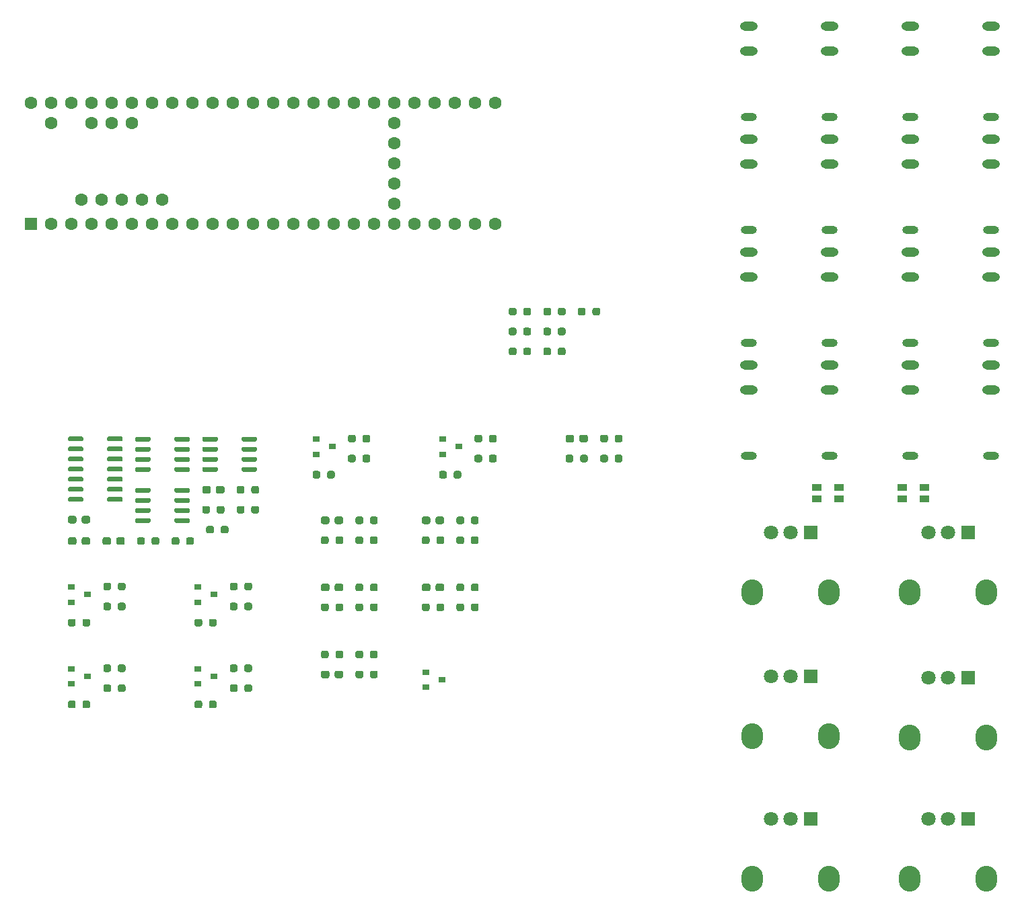
<source format=gbr>
%TF.GenerationSoftware,KiCad,Pcbnew,(5.1.6-0-10_14)*%
%TF.CreationDate,2021-03-24T18:08:36-04:00*%
%TF.ProjectId,lowstepper_hardware,6c6f7773-7465-4707-9065-725f68617264,rev?*%
%TF.SameCoordinates,Original*%
%TF.FileFunction,Soldermask,Top*%
%TF.FilePolarity,Negative*%
%FSLAX46Y46*%
G04 Gerber Fmt 4.6, Leading zero omitted, Abs format (unit mm)*
G04 Created by KiCad (PCBNEW (5.1.6-0-10_14)) date 2021-03-24 18:08:36*
%MOMM*%
%LPD*%
G01*
G04 APERTURE LIST*
%ADD10O,2.216000X1.108000*%
%ADD11O,2.016000X1.008000*%
%ADD12R,1.200000X0.900000*%
%ADD13R,0.900000X0.800000*%
%ADD14C,1.600000*%
%ADD15R,1.600000X1.600000*%
%ADD16R,1.800000X1.800000*%
%ADD17C,1.800000*%
%ADD18O,2.720000X3.240000*%
G04 APERTURE END LIST*
%TO.C,R49*%
G36*
G01*
X216230000Y-71297500D02*
X216230000Y-70822500D01*
G75*
G02*
X216467500Y-70585000I237500J0D01*
G01*
X216967500Y-70585000D01*
G75*
G02*
X217205000Y-70822500I0J-237500D01*
G01*
X217205000Y-71297500D01*
G75*
G02*
X216967500Y-71535000I-237500J0D01*
G01*
X216467500Y-71535000D01*
G75*
G02*
X216230000Y-71297500I0J237500D01*
G01*
G37*
G36*
G01*
X214405000Y-71297500D02*
X214405000Y-70822500D01*
G75*
G02*
X214642500Y-70585000I237500J0D01*
G01*
X215142500Y-70585000D01*
G75*
G02*
X215380000Y-70822500I0J-237500D01*
G01*
X215380000Y-71297500D01*
G75*
G02*
X215142500Y-71535000I-237500J0D01*
G01*
X214642500Y-71535000D01*
G75*
G02*
X214405000Y-71297500I0J237500D01*
G01*
G37*
%TD*%
%TO.C,R48*%
G36*
G01*
X220580000Y-66277500D02*
X220580000Y-65802500D01*
G75*
G02*
X220817500Y-65565000I237500J0D01*
G01*
X221317500Y-65565000D01*
G75*
G02*
X221555000Y-65802500I0J-237500D01*
G01*
X221555000Y-66277500D01*
G75*
G02*
X221317500Y-66515000I-237500J0D01*
G01*
X220817500Y-66515000D01*
G75*
G02*
X220580000Y-66277500I0J237500D01*
G01*
G37*
G36*
G01*
X218755000Y-66277500D02*
X218755000Y-65802500D01*
G75*
G02*
X218992500Y-65565000I237500J0D01*
G01*
X219492500Y-65565000D01*
G75*
G02*
X219730000Y-65802500I0J-237500D01*
G01*
X219730000Y-66277500D01*
G75*
G02*
X219492500Y-66515000I-237500J0D01*
G01*
X218992500Y-66515000D01*
G75*
G02*
X218755000Y-66277500I0J237500D01*
G01*
G37*
%TD*%
%TO.C,R47*%
G36*
G01*
X216230000Y-68787500D02*
X216230000Y-68312500D01*
G75*
G02*
X216467500Y-68075000I237500J0D01*
G01*
X216967500Y-68075000D01*
G75*
G02*
X217205000Y-68312500I0J-237500D01*
G01*
X217205000Y-68787500D01*
G75*
G02*
X216967500Y-69025000I-237500J0D01*
G01*
X216467500Y-69025000D01*
G75*
G02*
X216230000Y-68787500I0J237500D01*
G01*
G37*
G36*
G01*
X214405000Y-68787500D02*
X214405000Y-68312500D01*
G75*
G02*
X214642500Y-68075000I237500J0D01*
G01*
X215142500Y-68075000D01*
G75*
G02*
X215380000Y-68312500I0J-237500D01*
G01*
X215380000Y-68787500D01*
G75*
G02*
X215142500Y-69025000I-237500J0D01*
G01*
X214642500Y-69025000D01*
G75*
G02*
X214405000Y-68787500I0J237500D01*
G01*
G37*
%TD*%
%TO.C,R18*%
G36*
G01*
X211880000Y-71297500D02*
X211880000Y-70822500D01*
G75*
G02*
X212117500Y-70585000I237500J0D01*
G01*
X212617500Y-70585000D01*
G75*
G02*
X212855000Y-70822500I0J-237500D01*
G01*
X212855000Y-71297500D01*
G75*
G02*
X212617500Y-71535000I-237500J0D01*
G01*
X212117500Y-71535000D01*
G75*
G02*
X211880000Y-71297500I0J237500D01*
G01*
G37*
G36*
G01*
X210055000Y-71297500D02*
X210055000Y-70822500D01*
G75*
G02*
X210292500Y-70585000I237500J0D01*
G01*
X210792500Y-70585000D01*
G75*
G02*
X211030000Y-70822500I0J-237500D01*
G01*
X211030000Y-71297500D01*
G75*
G02*
X210792500Y-71535000I-237500J0D01*
G01*
X210292500Y-71535000D01*
G75*
G02*
X210055000Y-71297500I0J237500D01*
G01*
G37*
%TD*%
%TO.C,R17*%
G36*
G01*
X216230000Y-66277500D02*
X216230000Y-65802500D01*
G75*
G02*
X216467500Y-65565000I237500J0D01*
G01*
X216967500Y-65565000D01*
G75*
G02*
X217205000Y-65802500I0J-237500D01*
G01*
X217205000Y-66277500D01*
G75*
G02*
X216967500Y-66515000I-237500J0D01*
G01*
X216467500Y-66515000D01*
G75*
G02*
X216230000Y-66277500I0J237500D01*
G01*
G37*
G36*
G01*
X214405000Y-66277500D02*
X214405000Y-65802500D01*
G75*
G02*
X214642500Y-65565000I237500J0D01*
G01*
X215142500Y-65565000D01*
G75*
G02*
X215380000Y-65802500I0J-237500D01*
G01*
X215380000Y-66277500D01*
G75*
G02*
X215142500Y-66515000I-237500J0D01*
G01*
X214642500Y-66515000D01*
G75*
G02*
X214405000Y-66277500I0J237500D01*
G01*
G37*
%TD*%
%TO.C,R16*%
G36*
G01*
X211880000Y-68787500D02*
X211880000Y-68312500D01*
G75*
G02*
X212117500Y-68075000I237500J0D01*
G01*
X212617500Y-68075000D01*
G75*
G02*
X212855000Y-68312500I0J-237500D01*
G01*
X212855000Y-68787500D01*
G75*
G02*
X212617500Y-69025000I-237500J0D01*
G01*
X212117500Y-69025000D01*
G75*
G02*
X211880000Y-68787500I0J237500D01*
G01*
G37*
G36*
G01*
X210055000Y-68787500D02*
X210055000Y-68312500D01*
G75*
G02*
X210292500Y-68075000I237500J0D01*
G01*
X210792500Y-68075000D01*
G75*
G02*
X211030000Y-68312500I0J-237500D01*
G01*
X211030000Y-68787500D01*
G75*
G02*
X210792500Y-69025000I-237500J0D01*
G01*
X210292500Y-69025000D01*
G75*
G02*
X210055000Y-68787500I0J237500D01*
G01*
G37*
%TD*%
%TO.C,R2*%
G36*
G01*
X211880000Y-66277500D02*
X211880000Y-65802500D01*
G75*
G02*
X212117500Y-65565000I237500J0D01*
G01*
X212617500Y-65565000D01*
G75*
G02*
X212855000Y-65802500I0J-237500D01*
G01*
X212855000Y-66277500D01*
G75*
G02*
X212617500Y-66515000I-237500J0D01*
G01*
X212117500Y-66515000D01*
G75*
G02*
X211880000Y-66277500I0J237500D01*
G01*
G37*
G36*
G01*
X210055000Y-66277500D02*
X210055000Y-65802500D01*
G75*
G02*
X210292500Y-65565000I237500J0D01*
G01*
X210792500Y-65565000D01*
G75*
G02*
X211030000Y-65802500I0J-237500D01*
G01*
X211030000Y-66277500D01*
G75*
G02*
X210792500Y-66515000I-237500J0D01*
G01*
X210292500Y-66515000D01*
G75*
G02*
X210055000Y-66277500I0J237500D01*
G01*
G37*
%TD*%
D10*
%TO.C,J17*%
X260604000Y-44320000D03*
X260604000Y-47420000D03*
D11*
X260604000Y-55720000D03*
%TD*%
D10*
%TO.C,J16*%
X240284000Y-44320000D03*
X240284000Y-47420000D03*
D11*
X240284000Y-55720000D03*
%TD*%
D10*
%TO.C,J15*%
X250444000Y-44320000D03*
X250444000Y-47420000D03*
D11*
X250444000Y-55720000D03*
%TD*%
D10*
%TO.C,J14*%
X260604000Y-30096000D03*
X260604000Y-33196000D03*
D11*
X260604000Y-41496000D03*
%TD*%
D10*
%TO.C,J13*%
X240284000Y-30096000D03*
X240284000Y-33196000D03*
D11*
X240284000Y-41496000D03*
%TD*%
D10*
%TO.C,J12*%
X250444000Y-30096000D03*
X250444000Y-33196000D03*
D11*
X250444000Y-41496000D03*
%TD*%
D10*
%TO.C,J11*%
X260604000Y-72768000D03*
X260604000Y-75868000D03*
D11*
X260604000Y-84168000D03*
%TD*%
D10*
%TO.C,J10*%
X240284000Y-72768000D03*
X240284000Y-75868000D03*
D11*
X240284000Y-84168000D03*
%TD*%
D10*
%TO.C,J9*%
X250444000Y-72768000D03*
X250444000Y-75868000D03*
D11*
X250444000Y-84168000D03*
%TD*%
D10*
%TO.C,J7*%
X260604000Y-58544000D03*
X260604000Y-61644000D03*
D11*
X260604000Y-69944000D03*
%TD*%
D10*
%TO.C,J6*%
X240284000Y-58544000D03*
X240284000Y-61644000D03*
D11*
X240284000Y-69944000D03*
%TD*%
D10*
%TO.C,J5*%
X250444000Y-58544000D03*
X250444000Y-61644000D03*
D11*
X250444000Y-69944000D03*
%TD*%
D10*
%TO.C,J4*%
X270764000Y-44320000D03*
X270764000Y-47420000D03*
D11*
X270764000Y-55720000D03*
%TD*%
D10*
%TO.C,J3*%
X270764000Y-30096000D03*
X270764000Y-33196000D03*
D11*
X270764000Y-41496000D03*
%TD*%
D10*
%TO.C,J2*%
X270764000Y-72768000D03*
X270764000Y-75868000D03*
D11*
X270764000Y-84168000D03*
%TD*%
D10*
%TO.C,J1*%
X270764000Y-58544000D03*
X270764000Y-61644000D03*
D11*
X270764000Y-69944000D03*
%TD*%
D12*
%TO.C,D2*%
X248790000Y-89625000D03*
X251590000Y-89625000D03*
X251590000Y-88175000D03*
X248790000Y-88175000D03*
%TD*%
%TO.C,D1*%
X259585000Y-89625000D03*
X262385000Y-89625000D03*
X262385000Y-88175000D03*
X259585000Y-88175000D03*
%TD*%
%TO.C,U6*%
G36*
G01*
X167980001Y-82250001D02*
X167980001Y-81950001D01*
G75*
G02*
X168130001Y-81800001I150000J0D01*
G01*
X169780001Y-81800001D01*
G75*
G02*
X169930001Y-81950001I0J-150000D01*
G01*
X169930001Y-82250001D01*
G75*
G02*
X169780001Y-82400001I-150000J0D01*
G01*
X168130001Y-82400001D01*
G75*
G02*
X167980001Y-82250001I0J150000D01*
G01*
G37*
G36*
G01*
X167980001Y-83520001D02*
X167980001Y-83220001D01*
G75*
G02*
X168130001Y-83070001I150000J0D01*
G01*
X169780001Y-83070001D01*
G75*
G02*
X169930001Y-83220001I0J-150000D01*
G01*
X169930001Y-83520001D01*
G75*
G02*
X169780001Y-83670001I-150000J0D01*
G01*
X168130001Y-83670001D01*
G75*
G02*
X167980001Y-83520001I0J150000D01*
G01*
G37*
G36*
G01*
X167980001Y-84790001D02*
X167980001Y-84490001D01*
G75*
G02*
X168130001Y-84340001I150000J0D01*
G01*
X169780001Y-84340001D01*
G75*
G02*
X169930001Y-84490001I0J-150000D01*
G01*
X169930001Y-84790001D01*
G75*
G02*
X169780001Y-84940001I-150000J0D01*
G01*
X168130001Y-84940001D01*
G75*
G02*
X167980001Y-84790001I0J150000D01*
G01*
G37*
G36*
G01*
X167980001Y-86060001D02*
X167980001Y-85760001D01*
G75*
G02*
X168130001Y-85610001I150000J0D01*
G01*
X169780001Y-85610001D01*
G75*
G02*
X169930001Y-85760001I0J-150000D01*
G01*
X169930001Y-86060001D01*
G75*
G02*
X169780001Y-86210001I-150000J0D01*
G01*
X168130001Y-86210001D01*
G75*
G02*
X167980001Y-86060001I0J150000D01*
G01*
G37*
G36*
G01*
X163030001Y-86060001D02*
X163030001Y-85760001D01*
G75*
G02*
X163180001Y-85610001I150000J0D01*
G01*
X164830001Y-85610001D01*
G75*
G02*
X164980001Y-85760001I0J-150000D01*
G01*
X164980001Y-86060001D01*
G75*
G02*
X164830001Y-86210001I-150000J0D01*
G01*
X163180001Y-86210001D01*
G75*
G02*
X163030001Y-86060001I0J150000D01*
G01*
G37*
G36*
G01*
X163030001Y-84790001D02*
X163030001Y-84490001D01*
G75*
G02*
X163180001Y-84340001I150000J0D01*
G01*
X164830001Y-84340001D01*
G75*
G02*
X164980001Y-84490001I0J-150000D01*
G01*
X164980001Y-84790001D01*
G75*
G02*
X164830001Y-84940001I-150000J0D01*
G01*
X163180001Y-84940001D01*
G75*
G02*
X163030001Y-84790001I0J150000D01*
G01*
G37*
G36*
G01*
X163030001Y-83520001D02*
X163030001Y-83220001D01*
G75*
G02*
X163180001Y-83070001I150000J0D01*
G01*
X164830001Y-83070001D01*
G75*
G02*
X164980001Y-83220001I0J-150000D01*
G01*
X164980001Y-83520001D01*
G75*
G02*
X164830001Y-83670001I-150000J0D01*
G01*
X163180001Y-83670001D01*
G75*
G02*
X163030001Y-83520001I0J150000D01*
G01*
G37*
G36*
G01*
X163030001Y-82250001D02*
X163030001Y-81950001D01*
G75*
G02*
X163180001Y-81800001I150000J0D01*
G01*
X164830001Y-81800001D01*
G75*
G02*
X164980001Y-81950001I0J-150000D01*
G01*
X164980001Y-82250001D01*
G75*
G02*
X164830001Y-82400001I-150000J0D01*
G01*
X163180001Y-82400001D01*
G75*
G02*
X163030001Y-82250001I0J150000D01*
G01*
G37*
%TD*%
%TO.C,U5*%
G36*
G01*
X167980001Y-88700001D02*
X167980001Y-88400001D01*
G75*
G02*
X168130001Y-88250001I150000J0D01*
G01*
X169780001Y-88250001D01*
G75*
G02*
X169930001Y-88400001I0J-150000D01*
G01*
X169930001Y-88700001D01*
G75*
G02*
X169780001Y-88850001I-150000J0D01*
G01*
X168130001Y-88850001D01*
G75*
G02*
X167980001Y-88700001I0J150000D01*
G01*
G37*
G36*
G01*
X167980001Y-89970001D02*
X167980001Y-89670001D01*
G75*
G02*
X168130001Y-89520001I150000J0D01*
G01*
X169780001Y-89520001D01*
G75*
G02*
X169930001Y-89670001I0J-150000D01*
G01*
X169930001Y-89970001D01*
G75*
G02*
X169780001Y-90120001I-150000J0D01*
G01*
X168130001Y-90120001D01*
G75*
G02*
X167980001Y-89970001I0J150000D01*
G01*
G37*
G36*
G01*
X167980001Y-91240001D02*
X167980001Y-90940001D01*
G75*
G02*
X168130001Y-90790001I150000J0D01*
G01*
X169780001Y-90790001D01*
G75*
G02*
X169930001Y-90940001I0J-150000D01*
G01*
X169930001Y-91240001D01*
G75*
G02*
X169780001Y-91390001I-150000J0D01*
G01*
X168130001Y-91390001D01*
G75*
G02*
X167980001Y-91240001I0J150000D01*
G01*
G37*
G36*
G01*
X167980001Y-92510001D02*
X167980001Y-92210001D01*
G75*
G02*
X168130001Y-92060001I150000J0D01*
G01*
X169780001Y-92060001D01*
G75*
G02*
X169930001Y-92210001I0J-150000D01*
G01*
X169930001Y-92510001D01*
G75*
G02*
X169780001Y-92660001I-150000J0D01*
G01*
X168130001Y-92660001D01*
G75*
G02*
X167980001Y-92510001I0J150000D01*
G01*
G37*
G36*
G01*
X163030001Y-92510001D02*
X163030001Y-92210001D01*
G75*
G02*
X163180001Y-92060001I150000J0D01*
G01*
X164830001Y-92060001D01*
G75*
G02*
X164980001Y-92210001I0J-150000D01*
G01*
X164980001Y-92510001D01*
G75*
G02*
X164830001Y-92660001I-150000J0D01*
G01*
X163180001Y-92660001D01*
G75*
G02*
X163030001Y-92510001I0J150000D01*
G01*
G37*
G36*
G01*
X163030001Y-91240001D02*
X163030001Y-90940001D01*
G75*
G02*
X163180001Y-90790001I150000J0D01*
G01*
X164830001Y-90790001D01*
G75*
G02*
X164980001Y-90940001I0J-150000D01*
G01*
X164980001Y-91240001D01*
G75*
G02*
X164830001Y-91390001I-150000J0D01*
G01*
X163180001Y-91390001D01*
G75*
G02*
X163030001Y-91240001I0J150000D01*
G01*
G37*
G36*
G01*
X163030001Y-89970001D02*
X163030001Y-89670001D01*
G75*
G02*
X163180001Y-89520001I150000J0D01*
G01*
X164830001Y-89520001D01*
G75*
G02*
X164980001Y-89670001I0J-150000D01*
G01*
X164980001Y-89970001D01*
G75*
G02*
X164830001Y-90120001I-150000J0D01*
G01*
X163180001Y-90120001D01*
G75*
G02*
X163030001Y-89970001I0J150000D01*
G01*
G37*
G36*
G01*
X163030001Y-88700001D02*
X163030001Y-88400001D01*
G75*
G02*
X163180001Y-88250001I150000J0D01*
G01*
X164830001Y-88250001D01*
G75*
G02*
X164980001Y-88400001I0J-150000D01*
G01*
X164980001Y-88700001D01*
G75*
G02*
X164830001Y-88850001I-150000J0D01*
G01*
X163180001Y-88850001D01*
G75*
G02*
X163030001Y-88700001I0J150000D01*
G01*
G37*
%TD*%
%TO.C,U2*%
G36*
G01*
X159530001Y-82225001D02*
X159530001Y-81925001D01*
G75*
G02*
X159680001Y-81775001I150000J0D01*
G01*
X161330001Y-81775001D01*
G75*
G02*
X161480001Y-81925001I0J-150000D01*
G01*
X161480001Y-82225001D01*
G75*
G02*
X161330001Y-82375001I-150000J0D01*
G01*
X159680001Y-82375001D01*
G75*
G02*
X159530001Y-82225001I0J150000D01*
G01*
G37*
G36*
G01*
X159530001Y-83495001D02*
X159530001Y-83195001D01*
G75*
G02*
X159680001Y-83045001I150000J0D01*
G01*
X161330001Y-83045001D01*
G75*
G02*
X161480001Y-83195001I0J-150000D01*
G01*
X161480001Y-83495001D01*
G75*
G02*
X161330001Y-83645001I-150000J0D01*
G01*
X159680001Y-83645001D01*
G75*
G02*
X159530001Y-83495001I0J150000D01*
G01*
G37*
G36*
G01*
X159530001Y-84765001D02*
X159530001Y-84465001D01*
G75*
G02*
X159680001Y-84315001I150000J0D01*
G01*
X161330001Y-84315001D01*
G75*
G02*
X161480001Y-84465001I0J-150000D01*
G01*
X161480001Y-84765001D01*
G75*
G02*
X161330001Y-84915001I-150000J0D01*
G01*
X159680001Y-84915001D01*
G75*
G02*
X159530001Y-84765001I0J150000D01*
G01*
G37*
G36*
G01*
X159530001Y-86035001D02*
X159530001Y-85735001D01*
G75*
G02*
X159680001Y-85585001I150000J0D01*
G01*
X161330001Y-85585001D01*
G75*
G02*
X161480001Y-85735001I0J-150000D01*
G01*
X161480001Y-86035001D01*
G75*
G02*
X161330001Y-86185001I-150000J0D01*
G01*
X159680001Y-86185001D01*
G75*
G02*
X159530001Y-86035001I0J150000D01*
G01*
G37*
G36*
G01*
X159530001Y-87305001D02*
X159530001Y-87005001D01*
G75*
G02*
X159680001Y-86855001I150000J0D01*
G01*
X161330001Y-86855001D01*
G75*
G02*
X161480001Y-87005001I0J-150000D01*
G01*
X161480001Y-87305001D01*
G75*
G02*
X161330001Y-87455001I-150000J0D01*
G01*
X159680001Y-87455001D01*
G75*
G02*
X159530001Y-87305001I0J150000D01*
G01*
G37*
G36*
G01*
X159530001Y-88575001D02*
X159530001Y-88275001D01*
G75*
G02*
X159680001Y-88125001I150000J0D01*
G01*
X161330001Y-88125001D01*
G75*
G02*
X161480001Y-88275001I0J-150000D01*
G01*
X161480001Y-88575001D01*
G75*
G02*
X161330001Y-88725001I-150000J0D01*
G01*
X159680001Y-88725001D01*
G75*
G02*
X159530001Y-88575001I0J150000D01*
G01*
G37*
G36*
G01*
X159530001Y-89845001D02*
X159530001Y-89545001D01*
G75*
G02*
X159680001Y-89395001I150000J0D01*
G01*
X161330001Y-89395001D01*
G75*
G02*
X161480001Y-89545001I0J-150000D01*
G01*
X161480001Y-89845001D01*
G75*
G02*
X161330001Y-89995001I-150000J0D01*
G01*
X159680001Y-89995001D01*
G75*
G02*
X159530001Y-89845001I0J150000D01*
G01*
G37*
G36*
G01*
X154580001Y-89845001D02*
X154580001Y-89545001D01*
G75*
G02*
X154730001Y-89395001I150000J0D01*
G01*
X156380001Y-89395001D01*
G75*
G02*
X156530001Y-89545001I0J-150000D01*
G01*
X156530001Y-89845001D01*
G75*
G02*
X156380001Y-89995001I-150000J0D01*
G01*
X154730001Y-89995001D01*
G75*
G02*
X154580001Y-89845001I0J150000D01*
G01*
G37*
G36*
G01*
X154580001Y-88575001D02*
X154580001Y-88275001D01*
G75*
G02*
X154730001Y-88125001I150000J0D01*
G01*
X156380001Y-88125001D01*
G75*
G02*
X156530001Y-88275001I0J-150000D01*
G01*
X156530001Y-88575001D01*
G75*
G02*
X156380001Y-88725001I-150000J0D01*
G01*
X154730001Y-88725001D01*
G75*
G02*
X154580001Y-88575001I0J150000D01*
G01*
G37*
G36*
G01*
X154580001Y-87305001D02*
X154580001Y-87005001D01*
G75*
G02*
X154730001Y-86855001I150000J0D01*
G01*
X156380001Y-86855001D01*
G75*
G02*
X156530001Y-87005001I0J-150000D01*
G01*
X156530001Y-87305001D01*
G75*
G02*
X156380001Y-87455001I-150000J0D01*
G01*
X154730001Y-87455001D01*
G75*
G02*
X154580001Y-87305001I0J150000D01*
G01*
G37*
G36*
G01*
X154580001Y-86035001D02*
X154580001Y-85735001D01*
G75*
G02*
X154730001Y-85585001I150000J0D01*
G01*
X156380001Y-85585001D01*
G75*
G02*
X156530001Y-85735001I0J-150000D01*
G01*
X156530001Y-86035001D01*
G75*
G02*
X156380001Y-86185001I-150000J0D01*
G01*
X154730001Y-86185001D01*
G75*
G02*
X154580001Y-86035001I0J150000D01*
G01*
G37*
G36*
G01*
X154580001Y-84765001D02*
X154580001Y-84465001D01*
G75*
G02*
X154730001Y-84315001I150000J0D01*
G01*
X156380001Y-84315001D01*
G75*
G02*
X156530001Y-84465001I0J-150000D01*
G01*
X156530001Y-84765001D01*
G75*
G02*
X156380001Y-84915001I-150000J0D01*
G01*
X154730001Y-84915001D01*
G75*
G02*
X154580001Y-84765001I0J150000D01*
G01*
G37*
G36*
G01*
X154580001Y-83495001D02*
X154580001Y-83195001D01*
G75*
G02*
X154730001Y-83045001I150000J0D01*
G01*
X156380001Y-83045001D01*
G75*
G02*
X156530001Y-83195001I0J-150000D01*
G01*
X156530001Y-83495001D01*
G75*
G02*
X156380001Y-83645001I-150000J0D01*
G01*
X154730001Y-83645001D01*
G75*
G02*
X154580001Y-83495001I0J150000D01*
G01*
G37*
G36*
G01*
X154580001Y-82225001D02*
X154580001Y-81925001D01*
G75*
G02*
X154730001Y-81775001I150000J0D01*
G01*
X156380001Y-81775001D01*
G75*
G02*
X156530001Y-81925001I0J-150000D01*
G01*
X156530001Y-82225001D01*
G75*
G02*
X156380001Y-82375001I-150000J0D01*
G01*
X154730001Y-82375001D01*
G75*
G02*
X154580001Y-82225001I0J150000D01*
G01*
G37*
%TD*%
%TO.C,U1*%
G36*
G01*
X176430001Y-82250001D02*
X176430001Y-81950001D01*
G75*
G02*
X176580001Y-81800001I150000J0D01*
G01*
X178230001Y-81800001D01*
G75*
G02*
X178380001Y-81950001I0J-150000D01*
G01*
X178380001Y-82250001D01*
G75*
G02*
X178230001Y-82400001I-150000J0D01*
G01*
X176580001Y-82400001D01*
G75*
G02*
X176430001Y-82250001I0J150000D01*
G01*
G37*
G36*
G01*
X176430001Y-83520001D02*
X176430001Y-83220001D01*
G75*
G02*
X176580001Y-83070001I150000J0D01*
G01*
X178230001Y-83070001D01*
G75*
G02*
X178380001Y-83220001I0J-150000D01*
G01*
X178380001Y-83520001D01*
G75*
G02*
X178230001Y-83670001I-150000J0D01*
G01*
X176580001Y-83670001D01*
G75*
G02*
X176430001Y-83520001I0J150000D01*
G01*
G37*
G36*
G01*
X176430001Y-84790001D02*
X176430001Y-84490001D01*
G75*
G02*
X176580001Y-84340001I150000J0D01*
G01*
X178230001Y-84340001D01*
G75*
G02*
X178380001Y-84490001I0J-150000D01*
G01*
X178380001Y-84790001D01*
G75*
G02*
X178230001Y-84940001I-150000J0D01*
G01*
X176580001Y-84940001D01*
G75*
G02*
X176430001Y-84790001I0J150000D01*
G01*
G37*
G36*
G01*
X176430001Y-86060001D02*
X176430001Y-85760001D01*
G75*
G02*
X176580001Y-85610001I150000J0D01*
G01*
X178230001Y-85610001D01*
G75*
G02*
X178380001Y-85760001I0J-150000D01*
G01*
X178380001Y-86060001D01*
G75*
G02*
X178230001Y-86210001I-150000J0D01*
G01*
X176580001Y-86210001D01*
G75*
G02*
X176430001Y-86060001I0J150000D01*
G01*
G37*
G36*
G01*
X171480001Y-86060001D02*
X171480001Y-85760001D01*
G75*
G02*
X171630001Y-85610001I150000J0D01*
G01*
X173280001Y-85610001D01*
G75*
G02*
X173430001Y-85760001I0J-150000D01*
G01*
X173430001Y-86060001D01*
G75*
G02*
X173280001Y-86210001I-150000J0D01*
G01*
X171630001Y-86210001D01*
G75*
G02*
X171480001Y-86060001I0J150000D01*
G01*
G37*
G36*
G01*
X171480001Y-84790001D02*
X171480001Y-84490001D01*
G75*
G02*
X171630001Y-84340001I150000J0D01*
G01*
X173280001Y-84340001D01*
G75*
G02*
X173430001Y-84490001I0J-150000D01*
G01*
X173430001Y-84790001D01*
G75*
G02*
X173280001Y-84940001I-150000J0D01*
G01*
X171630001Y-84940001D01*
G75*
G02*
X171480001Y-84790001I0J150000D01*
G01*
G37*
G36*
G01*
X171480001Y-83520001D02*
X171480001Y-83220001D01*
G75*
G02*
X171630001Y-83070001I150000J0D01*
G01*
X173280001Y-83070001D01*
G75*
G02*
X173430001Y-83220001I0J-150000D01*
G01*
X173430001Y-83520001D01*
G75*
G02*
X173280001Y-83670001I-150000J0D01*
G01*
X171630001Y-83670001D01*
G75*
G02*
X171480001Y-83520001I0J150000D01*
G01*
G37*
G36*
G01*
X171480001Y-82250001D02*
X171480001Y-81950001D01*
G75*
G02*
X171630001Y-81800001I150000J0D01*
G01*
X173280001Y-81800001D01*
G75*
G02*
X173430001Y-81950001I0J-150000D01*
G01*
X173430001Y-82250001D01*
G75*
G02*
X173280001Y-82400001I-150000J0D01*
G01*
X171630001Y-82400001D01*
G75*
G02*
X171480001Y-82250001I0J150000D01*
G01*
G37*
%TD*%
%TO.C,R46*%
G36*
G01*
X176775001Y-113702501D02*
X176775001Y-113227501D01*
G75*
G02*
X177012501Y-112990001I237500J0D01*
G01*
X177512501Y-112990001D01*
G75*
G02*
X177750001Y-113227501I0J-237500D01*
G01*
X177750001Y-113702501D01*
G75*
G02*
X177512501Y-113940001I-237500J0D01*
G01*
X177012501Y-113940001D01*
G75*
G02*
X176775001Y-113702501I0J237500D01*
G01*
G37*
G36*
G01*
X174950001Y-113702501D02*
X174950001Y-113227501D01*
G75*
G02*
X175187501Y-112990001I237500J0D01*
G01*
X175687501Y-112990001D01*
G75*
G02*
X175925001Y-113227501I0J-237500D01*
G01*
X175925001Y-113702501D01*
G75*
G02*
X175687501Y-113940001I-237500J0D01*
G01*
X175187501Y-113940001D01*
G75*
G02*
X174950001Y-113702501I0J237500D01*
G01*
G37*
%TD*%
%TO.C,R45*%
G36*
G01*
X176775001Y-111192501D02*
X176775001Y-110717501D01*
G75*
G02*
X177012501Y-110480001I237500J0D01*
G01*
X177512501Y-110480001D01*
G75*
G02*
X177750001Y-110717501I0J-237500D01*
G01*
X177750001Y-111192501D01*
G75*
G02*
X177512501Y-111430001I-237500J0D01*
G01*
X177012501Y-111430001D01*
G75*
G02*
X176775001Y-111192501I0J237500D01*
G01*
G37*
G36*
G01*
X174950001Y-111192501D02*
X174950001Y-110717501D01*
G75*
G02*
X175187501Y-110480001I237500J0D01*
G01*
X175687501Y-110480001D01*
G75*
G02*
X175925001Y-110717501I0J-237500D01*
G01*
X175925001Y-111192501D01*
G75*
G02*
X175687501Y-111430001I-237500J0D01*
G01*
X175187501Y-111430001D01*
G75*
G02*
X174950001Y-111192501I0J237500D01*
G01*
G37*
%TD*%
%TO.C,R44*%
G36*
G01*
X172325001Y-115742501D02*
X172325001Y-115267501D01*
G75*
G02*
X172562501Y-115030001I237500J0D01*
G01*
X173062501Y-115030001D01*
G75*
G02*
X173300001Y-115267501I0J-237500D01*
G01*
X173300001Y-115742501D01*
G75*
G02*
X173062501Y-115980001I-237500J0D01*
G01*
X172562501Y-115980001D01*
G75*
G02*
X172325001Y-115742501I0J237500D01*
G01*
G37*
G36*
G01*
X170500001Y-115742501D02*
X170500001Y-115267501D01*
G75*
G02*
X170737501Y-115030001I237500J0D01*
G01*
X171237501Y-115030001D01*
G75*
G02*
X171475001Y-115267501I0J-237500D01*
G01*
X171475001Y-115742501D01*
G75*
G02*
X171237501Y-115980001I-237500J0D01*
G01*
X170737501Y-115980001D01*
G75*
G02*
X170500001Y-115742501I0J237500D01*
G01*
G37*
%TD*%
%TO.C,R43*%
G36*
G01*
X207565001Y-84782501D02*
X207565001Y-84307501D01*
G75*
G02*
X207802501Y-84070001I237500J0D01*
G01*
X208302501Y-84070001D01*
G75*
G02*
X208540001Y-84307501I0J-237500D01*
G01*
X208540001Y-84782501D01*
G75*
G02*
X208302501Y-85020001I-237500J0D01*
G01*
X207802501Y-85020001D01*
G75*
G02*
X207565001Y-84782501I0J237500D01*
G01*
G37*
G36*
G01*
X205740001Y-84782501D02*
X205740001Y-84307501D01*
G75*
G02*
X205977501Y-84070001I237500J0D01*
G01*
X206477501Y-84070001D01*
G75*
G02*
X206715001Y-84307501I0J-237500D01*
G01*
X206715001Y-84782501D01*
G75*
G02*
X206477501Y-85020001I-237500J0D01*
G01*
X205977501Y-85020001D01*
G75*
G02*
X205740001Y-84782501I0J237500D01*
G01*
G37*
%TD*%
%TO.C,R42*%
G36*
G01*
X207565001Y-82272501D02*
X207565001Y-81797501D01*
G75*
G02*
X207802501Y-81560001I237500J0D01*
G01*
X208302501Y-81560001D01*
G75*
G02*
X208540001Y-81797501I0J-237500D01*
G01*
X208540001Y-82272501D01*
G75*
G02*
X208302501Y-82510001I-237500J0D01*
G01*
X207802501Y-82510001D01*
G75*
G02*
X207565001Y-82272501I0J237500D01*
G01*
G37*
G36*
G01*
X205740001Y-82272501D02*
X205740001Y-81797501D01*
G75*
G02*
X205977501Y-81560001I237500J0D01*
G01*
X206477501Y-81560001D01*
G75*
G02*
X206715001Y-81797501I0J-237500D01*
G01*
X206715001Y-82272501D01*
G75*
G02*
X206477501Y-82510001I-237500J0D01*
G01*
X205977501Y-82510001D01*
G75*
G02*
X205740001Y-82272501I0J237500D01*
G01*
G37*
%TD*%
%TO.C,R41*%
G36*
G01*
X203115001Y-86822501D02*
X203115001Y-86347501D01*
G75*
G02*
X203352501Y-86110001I237500J0D01*
G01*
X203852501Y-86110001D01*
G75*
G02*
X204090001Y-86347501I0J-237500D01*
G01*
X204090001Y-86822501D01*
G75*
G02*
X203852501Y-87060001I-237500J0D01*
G01*
X203352501Y-87060001D01*
G75*
G02*
X203115001Y-86822501I0J237500D01*
G01*
G37*
G36*
G01*
X201290001Y-86822501D02*
X201290001Y-86347501D01*
G75*
G02*
X201527501Y-86110001I237500J0D01*
G01*
X202027501Y-86110001D01*
G75*
G02*
X202265001Y-86347501I0J-237500D01*
G01*
X202265001Y-86822501D01*
G75*
G02*
X202027501Y-87060001I-237500J0D01*
G01*
X201527501Y-87060001D01*
G75*
G02*
X201290001Y-86822501I0J237500D01*
G01*
G37*
%TD*%
%TO.C,R40*%
G36*
G01*
X176775001Y-103412501D02*
X176775001Y-102937501D01*
G75*
G02*
X177012501Y-102700001I237500J0D01*
G01*
X177512501Y-102700001D01*
G75*
G02*
X177750001Y-102937501I0J-237500D01*
G01*
X177750001Y-103412501D01*
G75*
G02*
X177512501Y-103650001I-237500J0D01*
G01*
X177012501Y-103650001D01*
G75*
G02*
X176775001Y-103412501I0J237500D01*
G01*
G37*
G36*
G01*
X174950001Y-103412501D02*
X174950001Y-102937501D01*
G75*
G02*
X175187501Y-102700001I237500J0D01*
G01*
X175687501Y-102700001D01*
G75*
G02*
X175925001Y-102937501I0J-237500D01*
G01*
X175925001Y-103412501D01*
G75*
G02*
X175687501Y-103650001I-237500J0D01*
G01*
X175187501Y-103650001D01*
G75*
G02*
X174950001Y-103412501I0J237500D01*
G01*
G37*
%TD*%
%TO.C,R39*%
G36*
G01*
X176775001Y-100902501D02*
X176775001Y-100427501D01*
G75*
G02*
X177012501Y-100190001I237500J0D01*
G01*
X177512501Y-100190001D01*
G75*
G02*
X177750001Y-100427501I0J-237500D01*
G01*
X177750001Y-100902501D01*
G75*
G02*
X177512501Y-101140001I-237500J0D01*
G01*
X177012501Y-101140001D01*
G75*
G02*
X176775001Y-100902501I0J237500D01*
G01*
G37*
G36*
G01*
X174950001Y-100902501D02*
X174950001Y-100427501D01*
G75*
G02*
X175187501Y-100190001I237500J0D01*
G01*
X175687501Y-100190001D01*
G75*
G02*
X175925001Y-100427501I0J-237500D01*
G01*
X175925001Y-100902501D01*
G75*
G02*
X175687501Y-101140001I-237500J0D01*
G01*
X175187501Y-101140001D01*
G75*
G02*
X174950001Y-100902501I0J237500D01*
G01*
G37*
%TD*%
%TO.C,R38*%
G36*
G01*
X172325001Y-105452501D02*
X172325001Y-104977501D01*
G75*
G02*
X172562501Y-104740001I237500J0D01*
G01*
X173062501Y-104740001D01*
G75*
G02*
X173300001Y-104977501I0J-237500D01*
G01*
X173300001Y-105452501D01*
G75*
G02*
X173062501Y-105690001I-237500J0D01*
G01*
X172562501Y-105690001D01*
G75*
G02*
X172325001Y-105452501I0J237500D01*
G01*
G37*
G36*
G01*
X170500001Y-105452501D02*
X170500001Y-104977501D01*
G75*
G02*
X170737501Y-104740001I237500J0D01*
G01*
X171237501Y-104740001D01*
G75*
G02*
X171475001Y-104977501I0J-237500D01*
G01*
X171475001Y-105452501D01*
G75*
G02*
X171237501Y-105690001I-237500J0D01*
G01*
X170737501Y-105690001D01*
G75*
G02*
X170500001Y-105452501I0J237500D01*
G01*
G37*
%TD*%
%TO.C,R37*%
G36*
G01*
X160855001Y-113702501D02*
X160855001Y-113227501D01*
G75*
G02*
X161092501Y-112990001I237500J0D01*
G01*
X161592501Y-112990001D01*
G75*
G02*
X161830001Y-113227501I0J-237500D01*
G01*
X161830001Y-113702501D01*
G75*
G02*
X161592501Y-113940001I-237500J0D01*
G01*
X161092501Y-113940001D01*
G75*
G02*
X160855001Y-113702501I0J237500D01*
G01*
G37*
G36*
G01*
X159030001Y-113702501D02*
X159030001Y-113227501D01*
G75*
G02*
X159267501Y-112990001I237500J0D01*
G01*
X159767501Y-112990001D01*
G75*
G02*
X160005001Y-113227501I0J-237500D01*
G01*
X160005001Y-113702501D01*
G75*
G02*
X159767501Y-113940001I-237500J0D01*
G01*
X159267501Y-113940001D01*
G75*
G02*
X159030001Y-113702501I0J237500D01*
G01*
G37*
%TD*%
%TO.C,R36*%
G36*
G01*
X160855001Y-111192501D02*
X160855001Y-110717501D01*
G75*
G02*
X161092501Y-110480001I237500J0D01*
G01*
X161592501Y-110480001D01*
G75*
G02*
X161830001Y-110717501I0J-237500D01*
G01*
X161830001Y-111192501D01*
G75*
G02*
X161592501Y-111430001I-237500J0D01*
G01*
X161092501Y-111430001D01*
G75*
G02*
X160855001Y-111192501I0J237500D01*
G01*
G37*
G36*
G01*
X159030001Y-111192501D02*
X159030001Y-110717501D01*
G75*
G02*
X159267501Y-110480001I237500J0D01*
G01*
X159767501Y-110480001D01*
G75*
G02*
X160005001Y-110717501I0J-237500D01*
G01*
X160005001Y-111192501D01*
G75*
G02*
X159767501Y-111430001I-237500J0D01*
G01*
X159267501Y-111430001D01*
G75*
G02*
X159030001Y-111192501I0J237500D01*
G01*
G37*
%TD*%
%TO.C,R35*%
G36*
G01*
X156405001Y-115742501D02*
X156405001Y-115267501D01*
G75*
G02*
X156642501Y-115030001I237500J0D01*
G01*
X157142501Y-115030001D01*
G75*
G02*
X157380001Y-115267501I0J-237500D01*
G01*
X157380001Y-115742501D01*
G75*
G02*
X157142501Y-115980001I-237500J0D01*
G01*
X156642501Y-115980001D01*
G75*
G02*
X156405001Y-115742501I0J237500D01*
G01*
G37*
G36*
G01*
X154580001Y-115742501D02*
X154580001Y-115267501D01*
G75*
G02*
X154817501Y-115030001I237500J0D01*
G01*
X155317501Y-115030001D01*
G75*
G02*
X155555001Y-115267501I0J-237500D01*
G01*
X155555001Y-115742501D01*
G75*
G02*
X155317501Y-115980001I-237500J0D01*
G01*
X154817501Y-115980001D01*
G75*
G02*
X154580001Y-115742501I0J237500D01*
G01*
G37*
%TD*%
%TO.C,R34*%
G36*
G01*
X191645001Y-84782501D02*
X191645001Y-84307501D01*
G75*
G02*
X191882501Y-84070001I237500J0D01*
G01*
X192382501Y-84070001D01*
G75*
G02*
X192620001Y-84307501I0J-237500D01*
G01*
X192620001Y-84782501D01*
G75*
G02*
X192382501Y-85020001I-237500J0D01*
G01*
X191882501Y-85020001D01*
G75*
G02*
X191645001Y-84782501I0J237500D01*
G01*
G37*
G36*
G01*
X189820001Y-84782501D02*
X189820001Y-84307501D01*
G75*
G02*
X190057501Y-84070001I237500J0D01*
G01*
X190557501Y-84070001D01*
G75*
G02*
X190795001Y-84307501I0J-237500D01*
G01*
X190795001Y-84782501D01*
G75*
G02*
X190557501Y-85020001I-237500J0D01*
G01*
X190057501Y-85020001D01*
G75*
G02*
X189820001Y-84782501I0J237500D01*
G01*
G37*
%TD*%
%TO.C,R33*%
G36*
G01*
X191645001Y-82272501D02*
X191645001Y-81797501D01*
G75*
G02*
X191882501Y-81560001I237500J0D01*
G01*
X192382501Y-81560001D01*
G75*
G02*
X192620001Y-81797501I0J-237500D01*
G01*
X192620001Y-82272501D01*
G75*
G02*
X192382501Y-82510001I-237500J0D01*
G01*
X191882501Y-82510001D01*
G75*
G02*
X191645001Y-82272501I0J237500D01*
G01*
G37*
G36*
G01*
X189820001Y-82272501D02*
X189820001Y-81797501D01*
G75*
G02*
X190057501Y-81560001I237500J0D01*
G01*
X190557501Y-81560001D01*
G75*
G02*
X190795001Y-81797501I0J-237500D01*
G01*
X190795001Y-82272501D01*
G75*
G02*
X190557501Y-82510001I-237500J0D01*
G01*
X190057501Y-82510001D01*
G75*
G02*
X189820001Y-82272501I0J237500D01*
G01*
G37*
%TD*%
%TO.C,R32*%
G36*
G01*
X187195001Y-86822501D02*
X187195001Y-86347501D01*
G75*
G02*
X187432501Y-86110001I237500J0D01*
G01*
X187932501Y-86110001D01*
G75*
G02*
X188170001Y-86347501I0J-237500D01*
G01*
X188170001Y-86822501D01*
G75*
G02*
X187932501Y-87060001I-237500J0D01*
G01*
X187432501Y-87060001D01*
G75*
G02*
X187195001Y-86822501I0J237500D01*
G01*
G37*
G36*
G01*
X185370001Y-86822501D02*
X185370001Y-86347501D01*
G75*
G02*
X185607501Y-86110001I237500J0D01*
G01*
X186107501Y-86110001D01*
G75*
G02*
X186345001Y-86347501I0J-237500D01*
G01*
X186345001Y-86822501D01*
G75*
G02*
X186107501Y-87060001I-237500J0D01*
G01*
X185607501Y-87060001D01*
G75*
G02*
X185370001Y-86822501I0J237500D01*
G01*
G37*
%TD*%
%TO.C,R31*%
G36*
G01*
X205295001Y-103522501D02*
X205295001Y-103047501D01*
G75*
G02*
X205532501Y-102810001I237500J0D01*
G01*
X206032501Y-102810001D01*
G75*
G02*
X206270001Y-103047501I0J-237500D01*
G01*
X206270001Y-103522501D01*
G75*
G02*
X206032501Y-103760001I-237500J0D01*
G01*
X205532501Y-103760001D01*
G75*
G02*
X205295001Y-103522501I0J237500D01*
G01*
G37*
G36*
G01*
X203470001Y-103522501D02*
X203470001Y-103047501D01*
G75*
G02*
X203707501Y-102810001I237500J0D01*
G01*
X204207501Y-102810001D01*
G75*
G02*
X204445001Y-103047501I0J-237500D01*
G01*
X204445001Y-103522501D01*
G75*
G02*
X204207501Y-103760001I-237500J0D01*
G01*
X203707501Y-103760001D01*
G75*
G02*
X203470001Y-103522501I0J237500D01*
G01*
G37*
%TD*%
%TO.C,R30*%
G36*
G01*
X205295001Y-101012501D02*
X205295001Y-100537501D01*
G75*
G02*
X205532501Y-100300001I237500J0D01*
G01*
X206032501Y-100300001D01*
G75*
G02*
X206270001Y-100537501I0J-237500D01*
G01*
X206270001Y-101012501D01*
G75*
G02*
X206032501Y-101250001I-237500J0D01*
G01*
X205532501Y-101250001D01*
G75*
G02*
X205295001Y-101012501I0J237500D01*
G01*
G37*
G36*
G01*
X203470001Y-101012501D02*
X203470001Y-100537501D01*
G75*
G02*
X203707501Y-100300001I237500J0D01*
G01*
X204207501Y-100300001D01*
G75*
G02*
X204445001Y-100537501I0J-237500D01*
G01*
X204445001Y-101012501D01*
G75*
G02*
X204207501Y-101250001I-237500J0D01*
G01*
X203707501Y-101250001D01*
G75*
G02*
X203470001Y-101012501I0J237500D01*
G01*
G37*
%TD*%
%TO.C,R29*%
G36*
G01*
X200945001Y-103522501D02*
X200945001Y-103047501D01*
G75*
G02*
X201182501Y-102810001I237500J0D01*
G01*
X201682501Y-102810001D01*
G75*
G02*
X201920001Y-103047501I0J-237500D01*
G01*
X201920001Y-103522501D01*
G75*
G02*
X201682501Y-103760001I-237500J0D01*
G01*
X201182501Y-103760001D01*
G75*
G02*
X200945001Y-103522501I0J237500D01*
G01*
G37*
G36*
G01*
X199120001Y-103522501D02*
X199120001Y-103047501D01*
G75*
G02*
X199357501Y-102810001I237500J0D01*
G01*
X199857501Y-102810001D01*
G75*
G02*
X200095001Y-103047501I0J-237500D01*
G01*
X200095001Y-103522501D01*
G75*
G02*
X199857501Y-103760001I-237500J0D01*
G01*
X199357501Y-103760001D01*
G75*
G02*
X199120001Y-103522501I0J237500D01*
G01*
G37*
%TD*%
%TO.C,R28*%
G36*
G01*
X192595001Y-111972501D02*
X192595001Y-111497501D01*
G75*
G02*
X192832501Y-111260001I237500J0D01*
G01*
X193332501Y-111260001D01*
G75*
G02*
X193570001Y-111497501I0J-237500D01*
G01*
X193570001Y-111972501D01*
G75*
G02*
X193332501Y-112210001I-237500J0D01*
G01*
X192832501Y-112210001D01*
G75*
G02*
X192595001Y-111972501I0J237500D01*
G01*
G37*
G36*
G01*
X190770001Y-111972501D02*
X190770001Y-111497501D01*
G75*
G02*
X191007501Y-111260001I237500J0D01*
G01*
X191507501Y-111260001D01*
G75*
G02*
X191745001Y-111497501I0J-237500D01*
G01*
X191745001Y-111972501D01*
G75*
G02*
X191507501Y-112210001I-237500J0D01*
G01*
X191007501Y-112210001D01*
G75*
G02*
X190770001Y-111972501I0J237500D01*
G01*
G37*
%TD*%
%TO.C,R27*%
G36*
G01*
X188245001Y-109462501D02*
X188245001Y-108987501D01*
G75*
G02*
X188482501Y-108750001I237500J0D01*
G01*
X188982501Y-108750001D01*
G75*
G02*
X189220001Y-108987501I0J-237500D01*
G01*
X189220001Y-109462501D01*
G75*
G02*
X188982501Y-109700001I-237500J0D01*
G01*
X188482501Y-109700001D01*
G75*
G02*
X188245001Y-109462501I0J237500D01*
G01*
G37*
G36*
G01*
X186420001Y-109462501D02*
X186420001Y-108987501D01*
G75*
G02*
X186657501Y-108750001I237500J0D01*
G01*
X187157501Y-108750001D01*
G75*
G02*
X187395001Y-108987501I0J-237500D01*
G01*
X187395001Y-109462501D01*
G75*
G02*
X187157501Y-109700001I-237500J0D01*
G01*
X186657501Y-109700001D01*
G75*
G02*
X186420001Y-109462501I0J237500D01*
G01*
G37*
%TD*%
%TO.C,R26*%
G36*
G01*
X192595001Y-109462501D02*
X192595001Y-108987501D01*
G75*
G02*
X192832501Y-108750001I237500J0D01*
G01*
X193332501Y-108750001D01*
G75*
G02*
X193570001Y-108987501I0J-237500D01*
G01*
X193570001Y-109462501D01*
G75*
G02*
X193332501Y-109700001I-237500J0D01*
G01*
X192832501Y-109700001D01*
G75*
G02*
X192595001Y-109462501I0J237500D01*
G01*
G37*
G36*
G01*
X190770001Y-109462501D02*
X190770001Y-108987501D01*
G75*
G02*
X191007501Y-108750001I237500J0D01*
G01*
X191507501Y-108750001D01*
G75*
G02*
X191745001Y-108987501I0J-237500D01*
G01*
X191745001Y-109462501D01*
G75*
G02*
X191507501Y-109700001I-237500J0D01*
G01*
X191007501Y-109700001D01*
G75*
G02*
X190770001Y-109462501I0J237500D01*
G01*
G37*
%TD*%
%TO.C,R25*%
G36*
G01*
X219035001Y-84782501D02*
X219035001Y-84307501D01*
G75*
G02*
X219272501Y-84070001I237500J0D01*
G01*
X219772501Y-84070001D01*
G75*
G02*
X220010001Y-84307501I0J-237500D01*
G01*
X220010001Y-84782501D01*
G75*
G02*
X219772501Y-85020001I-237500J0D01*
G01*
X219272501Y-85020001D01*
G75*
G02*
X219035001Y-84782501I0J237500D01*
G01*
G37*
G36*
G01*
X217210001Y-84782501D02*
X217210001Y-84307501D01*
G75*
G02*
X217447501Y-84070001I237500J0D01*
G01*
X217947501Y-84070001D01*
G75*
G02*
X218185001Y-84307501I0J-237500D01*
G01*
X218185001Y-84782501D01*
G75*
G02*
X217947501Y-85020001I-237500J0D01*
G01*
X217447501Y-85020001D01*
G75*
G02*
X217210001Y-84782501I0J237500D01*
G01*
G37*
%TD*%
%TO.C,R24*%
G36*
G01*
X223385001Y-82272501D02*
X223385001Y-81797501D01*
G75*
G02*
X223622501Y-81560001I237500J0D01*
G01*
X224122501Y-81560001D01*
G75*
G02*
X224360001Y-81797501I0J-237500D01*
G01*
X224360001Y-82272501D01*
G75*
G02*
X224122501Y-82510001I-237500J0D01*
G01*
X223622501Y-82510001D01*
G75*
G02*
X223385001Y-82272501I0J237500D01*
G01*
G37*
G36*
G01*
X221560001Y-82272501D02*
X221560001Y-81797501D01*
G75*
G02*
X221797501Y-81560001I237500J0D01*
G01*
X222297501Y-81560001D01*
G75*
G02*
X222535001Y-81797501I0J-237500D01*
G01*
X222535001Y-82272501D01*
G75*
G02*
X222297501Y-82510001I-237500J0D01*
G01*
X221797501Y-82510001D01*
G75*
G02*
X221560001Y-82272501I0J237500D01*
G01*
G37*
%TD*%
%TO.C,R23*%
G36*
G01*
X223385001Y-84782501D02*
X223385001Y-84307501D01*
G75*
G02*
X223622501Y-84070001I237500J0D01*
G01*
X224122501Y-84070001D01*
G75*
G02*
X224360001Y-84307501I0J-237500D01*
G01*
X224360001Y-84782501D01*
G75*
G02*
X224122501Y-85020001I-237500J0D01*
G01*
X223622501Y-85020001D01*
G75*
G02*
X223385001Y-84782501I0J237500D01*
G01*
G37*
G36*
G01*
X221560001Y-84782501D02*
X221560001Y-84307501D01*
G75*
G02*
X221797501Y-84070001I237500J0D01*
G01*
X222297501Y-84070001D01*
G75*
G02*
X222535001Y-84307501I0J-237500D01*
G01*
X222535001Y-84782501D01*
G75*
G02*
X222297501Y-85020001I-237500J0D01*
G01*
X221797501Y-85020001D01*
G75*
G02*
X221560001Y-84782501I0J237500D01*
G01*
G37*
%TD*%
%TO.C,R22*%
G36*
G01*
X165105001Y-95172501D02*
X165105001Y-94697501D01*
G75*
G02*
X165342501Y-94460001I237500J0D01*
G01*
X165842501Y-94460001D01*
G75*
G02*
X166080001Y-94697501I0J-237500D01*
G01*
X166080001Y-95172501D01*
G75*
G02*
X165842501Y-95410001I-237500J0D01*
G01*
X165342501Y-95410001D01*
G75*
G02*
X165105001Y-95172501I0J237500D01*
G01*
G37*
G36*
G01*
X163280001Y-95172501D02*
X163280001Y-94697501D01*
G75*
G02*
X163517501Y-94460001I237500J0D01*
G01*
X164017501Y-94460001D01*
G75*
G02*
X164255001Y-94697501I0J-237500D01*
G01*
X164255001Y-95172501D01*
G75*
G02*
X164017501Y-95410001I-237500J0D01*
G01*
X163517501Y-95410001D01*
G75*
G02*
X163280001Y-95172501I0J237500D01*
G01*
G37*
%TD*%
%TO.C,R21*%
G36*
G01*
X173305001Y-91232501D02*
X173305001Y-90757501D01*
G75*
G02*
X173542501Y-90520001I237500J0D01*
G01*
X174042501Y-90520001D01*
G75*
G02*
X174280001Y-90757501I0J-237500D01*
G01*
X174280001Y-91232501D01*
G75*
G02*
X174042501Y-91470001I-237500J0D01*
G01*
X173542501Y-91470001D01*
G75*
G02*
X173305001Y-91232501I0J237500D01*
G01*
G37*
G36*
G01*
X171480001Y-91232501D02*
X171480001Y-90757501D01*
G75*
G02*
X171717501Y-90520001I237500J0D01*
G01*
X172217501Y-90520001D01*
G75*
G02*
X172455001Y-90757501I0J-237500D01*
G01*
X172455001Y-91232501D01*
G75*
G02*
X172217501Y-91470001I-237500J0D01*
G01*
X171717501Y-91470001D01*
G75*
G02*
X171480001Y-91232501I0J237500D01*
G01*
G37*
%TD*%
%TO.C,R20*%
G36*
G01*
X177655001Y-88722501D02*
X177655001Y-88247501D01*
G75*
G02*
X177892501Y-88010001I237500J0D01*
G01*
X178392501Y-88010001D01*
G75*
G02*
X178630001Y-88247501I0J-237500D01*
G01*
X178630001Y-88722501D01*
G75*
G02*
X178392501Y-88960001I-237500J0D01*
G01*
X177892501Y-88960001D01*
G75*
G02*
X177655001Y-88722501I0J237500D01*
G01*
G37*
G36*
G01*
X175830001Y-88722501D02*
X175830001Y-88247501D01*
G75*
G02*
X176067501Y-88010001I237500J0D01*
G01*
X176567501Y-88010001D01*
G75*
G02*
X176805001Y-88247501I0J-237500D01*
G01*
X176805001Y-88722501D01*
G75*
G02*
X176567501Y-88960001I-237500J0D01*
G01*
X176067501Y-88960001D01*
G75*
G02*
X175830001Y-88722501I0J237500D01*
G01*
G37*
%TD*%
%TO.C,R19*%
G36*
G01*
X169455001Y-95172501D02*
X169455001Y-94697501D01*
G75*
G02*
X169692501Y-94460001I237500J0D01*
G01*
X170192501Y-94460001D01*
G75*
G02*
X170430001Y-94697501I0J-237500D01*
G01*
X170430001Y-95172501D01*
G75*
G02*
X170192501Y-95410001I-237500J0D01*
G01*
X169692501Y-95410001D01*
G75*
G02*
X169455001Y-95172501I0J237500D01*
G01*
G37*
G36*
G01*
X167630001Y-95172501D02*
X167630001Y-94697501D01*
G75*
G02*
X167867501Y-94460001I237500J0D01*
G01*
X168367501Y-94460001D01*
G75*
G02*
X168605001Y-94697501I0J-237500D01*
G01*
X168605001Y-95172501D01*
G75*
G02*
X168367501Y-95410001I-237500J0D01*
G01*
X167867501Y-95410001D01*
G75*
G02*
X167630001Y-95172501I0J237500D01*
G01*
G37*
%TD*%
%TO.C,R15*%
G36*
G01*
X177655001Y-91232501D02*
X177655001Y-90757501D01*
G75*
G02*
X177892501Y-90520001I237500J0D01*
G01*
X178392501Y-90520001D01*
G75*
G02*
X178630001Y-90757501I0J-237500D01*
G01*
X178630001Y-91232501D01*
G75*
G02*
X178392501Y-91470001I-237500J0D01*
G01*
X177892501Y-91470001D01*
G75*
G02*
X177655001Y-91232501I0J237500D01*
G01*
G37*
G36*
G01*
X175830001Y-91232501D02*
X175830001Y-90757501D01*
G75*
G02*
X176067501Y-90520001I237500J0D01*
G01*
X176567501Y-90520001D01*
G75*
G02*
X176805001Y-90757501I0J-237500D01*
G01*
X176805001Y-91232501D01*
G75*
G02*
X176567501Y-91470001I-237500J0D01*
G01*
X176067501Y-91470001D01*
G75*
G02*
X175830001Y-91232501I0J237500D01*
G01*
G37*
%TD*%
%TO.C,R14*%
G36*
G01*
X192595001Y-103522501D02*
X192595001Y-103047501D01*
G75*
G02*
X192832501Y-102810001I237500J0D01*
G01*
X193332501Y-102810001D01*
G75*
G02*
X193570001Y-103047501I0J-237500D01*
G01*
X193570001Y-103522501D01*
G75*
G02*
X193332501Y-103760001I-237500J0D01*
G01*
X192832501Y-103760001D01*
G75*
G02*
X192595001Y-103522501I0J237500D01*
G01*
G37*
G36*
G01*
X190770001Y-103522501D02*
X190770001Y-103047501D01*
G75*
G02*
X191007501Y-102810001I237500J0D01*
G01*
X191507501Y-102810001D01*
G75*
G02*
X191745001Y-103047501I0J-237500D01*
G01*
X191745001Y-103522501D01*
G75*
G02*
X191507501Y-103760001I-237500J0D01*
G01*
X191007501Y-103760001D01*
G75*
G02*
X190770001Y-103522501I0J237500D01*
G01*
G37*
%TD*%
%TO.C,R13*%
G36*
G01*
X192595001Y-101012501D02*
X192595001Y-100537501D01*
G75*
G02*
X192832501Y-100300001I237500J0D01*
G01*
X193332501Y-100300001D01*
G75*
G02*
X193570001Y-100537501I0J-237500D01*
G01*
X193570001Y-101012501D01*
G75*
G02*
X193332501Y-101250001I-237500J0D01*
G01*
X192832501Y-101250001D01*
G75*
G02*
X192595001Y-101012501I0J237500D01*
G01*
G37*
G36*
G01*
X190770001Y-101012501D02*
X190770001Y-100537501D01*
G75*
G02*
X191007501Y-100300001I237500J0D01*
G01*
X191507501Y-100300001D01*
G75*
G02*
X191745001Y-100537501I0J-237500D01*
G01*
X191745001Y-101012501D01*
G75*
G02*
X191507501Y-101250001I-237500J0D01*
G01*
X191007501Y-101250001D01*
G75*
G02*
X190770001Y-101012501I0J237500D01*
G01*
G37*
%TD*%
%TO.C,R12*%
G36*
G01*
X188245001Y-103522501D02*
X188245001Y-103047501D01*
G75*
G02*
X188482501Y-102810001I237500J0D01*
G01*
X188982501Y-102810001D01*
G75*
G02*
X189220001Y-103047501I0J-237500D01*
G01*
X189220001Y-103522501D01*
G75*
G02*
X188982501Y-103760001I-237500J0D01*
G01*
X188482501Y-103760001D01*
G75*
G02*
X188245001Y-103522501I0J237500D01*
G01*
G37*
G36*
G01*
X186420001Y-103522501D02*
X186420001Y-103047501D01*
G75*
G02*
X186657501Y-102810001I237500J0D01*
G01*
X187157501Y-102810001D01*
G75*
G02*
X187395001Y-103047501I0J-237500D01*
G01*
X187395001Y-103522501D01*
G75*
G02*
X187157501Y-103760001I-237500J0D01*
G01*
X186657501Y-103760001D01*
G75*
G02*
X186420001Y-103522501I0J237500D01*
G01*
G37*
%TD*%
%TO.C,R11*%
G36*
G01*
X205295001Y-95072501D02*
X205295001Y-94597501D01*
G75*
G02*
X205532501Y-94360001I237500J0D01*
G01*
X206032501Y-94360001D01*
G75*
G02*
X206270001Y-94597501I0J-237500D01*
G01*
X206270001Y-95072501D01*
G75*
G02*
X206032501Y-95310001I-237500J0D01*
G01*
X205532501Y-95310001D01*
G75*
G02*
X205295001Y-95072501I0J237500D01*
G01*
G37*
G36*
G01*
X203470001Y-95072501D02*
X203470001Y-94597501D01*
G75*
G02*
X203707501Y-94360001I237500J0D01*
G01*
X204207501Y-94360001D01*
G75*
G02*
X204445001Y-94597501I0J-237500D01*
G01*
X204445001Y-95072501D01*
G75*
G02*
X204207501Y-95310001I-237500J0D01*
G01*
X203707501Y-95310001D01*
G75*
G02*
X203470001Y-95072501I0J237500D01*
G01*
G37*
%TD*%
%TO.C,R10*%
G36*
G01*
X205295001Y-92562501D02*
X205295001Y-92087501D01*
G75*
G02*
X205532501Y-91850001I237500J0D01*
G01*
X206032501Y-91850001D01*
G75*
G02*
X206270001Y-92087501I0J-237500D01*
G01*
X206270001Y-92562501D01*
G75*
G02*
X206032501Y-92800001I-237500J0D01*
G01*
X205532501Y-92800001D01*
G75*
G02*
X205295001Y-92562501I0J237500D01*
G01*
G37*
G36*
G01*
X203470001Y-92562501D02*
X203470001Y-92087501D01*
G75*
G02*
X203707501Y-91850001I237500J0D01*
G01*
X204207501Y-91850001D01*
G75*
G02*
X204445001Y-92087501I0J-237500D01*
G01*
X204445001Y-92562501D01*
G75*
G02*
X204207501Y-92800001I-237500J0D01*
G01*
X203707501Y-92800001D01*
G75*
G02*
X203470001Y-92562501I0J237500D01*
G01*
G37*
%TD*%
%TO.C,R9*%
G36*
G01*
X200945001Y-95072501D02*
X200945001Y-94597501D01*
G75*
G02*
X201182501Y-94360001I237500J0D01*
G01*
X201682501Y-94360001D01*
G75*
G02*
X201920001Y-94597501I0J-237500D01*
G01*
X201920001Y-95072501D01*
G75*
G02*
X201682501Y-95310001I-237500J0D01*
G01*
X201182501Y-95310001D01*
G75*
G02*
X200945001Y-95072501I0J237500D01*
G01*
G37*
G36*
G01*
X199120001Y-95072501D02*
X199120001Y-94597501D01*
G75*
G02*
X199357501Y-94360001I237500J0D01*
G01*
X199857501Y-94360001D01*
G75*
G02*
X200095001Y-94597501I0J-237500D01*
G01*
X200095001Y-95072501D01*
G75*
G02*
X199857501Y-95310001I-237500J0D01*
G01*
X199357501Y-95310001D01*
G75*
G02*
X199120001Y-95072501I0J237500D01*
G01*
G37*
%TD*%
%TO.C,R8*%
G36*
G01*
X192595001Y-95072501D02*
X192595001Y-94597501D01*
G75*
G02*
X192832501Y-94360001I237500J0D01*
G01*
X193332501Y-94360001D01*
G75*
G02*
X193570001Y-94597501I0J-237500D01*
G01*
X193570001Y-95072501D01*
G75*
G02*
X193332501Y-95310001I-237500J0D01*
G01*
X192832501Y-95310001D01*
G75*
G02*
X192595001Y-95072501I0J237500D01*
G01*
G37*
G36*
G01*
X190770001Y-95072501D02*
X190770001Y-94597501D01*
G75*
G02*
X191007501Y-94360001I237500J0D01*
G01*
X191507501Y-94360001D01*
G75*
G02*
X191745001Y-94597501I0J-237500D01*
G01*
X191745001Y-95072501D01*
G75*
G02*
X191507501Y-95310001I-237500J0D01*
G01*
X191007501Y-95310001D01*
G75*
G02*
X190770001Y-95072501I0J237500D01*
G01*
G37*
%TD*%
%TO.C,R7*%
G36*
G01*
X160855001Y-100902501D02*
X160855001Y-100427501D01*
G75*
G02*
X161092501Y-100190001I237500J0D01*
G01*
X161592501Y-100190001D01*
G75*
G02*
X161830001Y-100427501I0J-237500D01*
G01*
X161830001Y-100902501D01*
G75*
G02*
X161592501Y-101140001I-237500J0D01*
G01*
X161092501Y-101140001D01*
G75*
G02*
X160855001Y-100902501I0J237500D01*
G01*
G37*
G36*
G01*
X159030001Y-100902501D02*
X159030001Y-100427501D01*
G75*
G02*
X159267501Y-100190001I237500J0D01*
G01*
X159767501Y-100190001D01*
G75*
G02*
X160005001Y-100427501I0J-237500D01*
G01*
X160005001Y-100902501D01*
G75*
G02*
X159767501Y-101140001I-237500J0D01*
G01*
X159267501Y-101140001D01*
G75*
G02*
X159030001Y-100902501I0J237500D01*
G01*
G37*
%TD*%
%TO.C,R6*%
G36*
G01*
X192595001Y-92562501D02*
X192595001Y-92087501D01*
G75*
G02*
X192832501Y-91850001I237500J0D01*
G01*
X193332501Y-91850001D01*
G75*
G02*
X193570001Y-92087501I0J-237500D01*
G01*
X193570001Y-92562501D01*
G75*
G02*
X193332501Y-92800001I-237500J0D01*
G01*
X192832501Y-92800001D01*
G75*
G02*
X192595001Y-92562501I0J237500D01*
G01*
G37*
G36*
G01*
X190770001Y-92562501D02*
X190770001Y-92087501D01*
G75*
G02*
X191007501Y-91850001I237500J0D01*
G01*
X191507501Y-91850001D01*
G75*
G02*
X191745001Y-92087501I0J-237500D01*
G01*
X191745001Y-92562501D01*
G75*
G02*
X191507501Y-92800001I-237500J0D01*
G01*
X191007501Y-92800001D01*
G75*
G02*
X190770001Y-92562501I0J237500D01*
G01*
G37*
%TD*%
%TO.C,R5*%
G36*
G01*
X188245001Y-95072501D02*
X188245001Y-94597501D01*
G75*
G02*
X188482501Y-94360001I237500J0D01*
G01*
X188982501Y-94360001D01*
G75*
G02*
X189220001Y-94597501I0J-237500D01*
G01*
X189220001Y-95072501D01*
G75*
G02*
X188982501Y-95310001I-237500J0D01*
G01*
X188482501Y-95310001D01*
G75*
G02*
X188245001Y-95072501I0J237500D01*
G01*
G37*
G36*
G01*
X186420001Y-95072501D02*
X186420001Y-94597501D01*
G75*
G02*
X186657501Y-94360001I237500J0D01*
G01*
X187157501Y-94360001D01*
G75*
G02*
X187395001Y-94597501I0J-237500D01*
G01*
X187395001Y-95072501D01*
G75*
G02*
X187157501Y-95310001I-237500J0D01*
G01*
X186657501Y-95310001D01*
G75*
G02*
X186420001Y-95072501I0J237500D01*
G01*
G37*
%TD*%
%TO.C,R4*%
G36*
G01*
X160855001Y-103412501D02*
X160855001Y-102937501D01*
G75*
G02*
X161092501Y-102700001I237500J0D01*
G01*
X161592501Y-102700001D01*
G75*
G02*
X161830001Y-102937501I0J-237500D01*
G01*
X161830001Y-103412501D01*
G75*
G02*
X161592501Y-103650001I-237500J0D01*
G01*
X161092501Y-103650001D01*
G75*
G02*
X160855001Y-103412501I0J237500D01*
G01*
G37*
G36*
G01*
X159030001Y-103412501D02*
X159030001Y-102937501D01*
G75*
G02*
X159267501Y-102700001I237500J0D01*
G01*
X159767501Y-102700001D01*
G75*
G02*
X160005001Y-102937501I0J-237500D01*
G01*
X160005001Y-103412501D01*
G75*
G02*
X159767501Y-103650001I-237500J0D01*
G01*
X159267501Y-103650001D01*
G75*
G02*
X159030001Y-103412501I0J237500D01*
G01*
G37*
%TD*%
%TO.C,R3*%
G36*
G01*
X173805001Y-93742501D02*
X173805001Y-93267501D01*
G75*
G02*
X174042501Y-93030001I237500J0D01*
G01*
X174542501Y-93030001D01*
G75*
G02*
X174780001Y-93267501I0J-237500D01*
G01*
X174780001Y-93742501D01*
G75*
G02*
X174542501Y-93980001I-237500J0D01*
G01*
X174042501Y-93980001D01*
G75*
G02*
X173805001Y-93742501I0J237500D01*
G01*
G37*
G36*
G01*
X171980001Y-93742501D02*
X171980001Y-93267501D01*
G75*
G02*
X172217501Y-93030001I237500J0D01*
G01*
X172717501Y-93030001D01*
G75*
G02*
X172955001Y-93267501I0J-237500D01*
G01*
X172955001Y-93742501D01*
G75*
G02*
X172717501Y-93980001I-237500J0D01*
G01*
X172217501Y-93980001D01*
G75*
G02*
X171980001Y-93742501I0J237500D01*
G01*
G37*
%TD*%
%TO.C,R1*%
G36*
G01*
X156405001Y-105452501D02*
X156405001Y-104977501D01*
G75*
G02*
X156642501Y-104740001I237500J0D01*
G01*
X157142501Y-104740001D01*
G75*
G02*
X157380001Y-104977501I0J-237500D01*
G01*
X157380001Y-105452501D01*
G75*
G02*
X157142501Y-105690001I-237500J0D01*
G01*
X156642501Y-105690001D01*
G75*
G02*
X156405001Y-105452501I0J237500D01*
G01*
G37*
G36*
G01*
X154580001Y-105452501D02*
X154580001Y-104977501D01*
G75*
G02*
X154817501Y-104740001I237500J0D01*
G01*
X155317501Y-104740001D01*
G75*
G02*
X155555001Y-104977501I0J-237500D01*
G01*
X155555001Y-105452501D01*
G75*
G02*
X155317501Y-105690001I-237500J0D01*
G01*
X154817501Y-105690001D01*
G75*
G02*
X154580001Y-105452501I0J237500D01*
G01*
G37*
%TD*%
D13*
%TO.C,Q6*%
X172950001Y-111975001D03*
X170950001Y-112925001D03*
X170950001Y-111025001D03*
%TD*%
%TO.C,Q5*%
X203740001Y-83055001D03*
X201740001Y-84005001D03*
X201740001Y-82105001D03*
%TD*%
%TO.C,Q4*%
X172950001Y-101685001D03*
X170950001Y-102635001D03*
X170950001Y-100735001D03*
%TD*%
%TO.C,Q3*%
X157030001Y-111975001D03*
X155030001Y-112925001D03*
X155030001Y-111025001D03*
%TD*%
%TO.C,Q2*%
X187820001Y-83055001D03*
X185820001Y-84005001D03*
X185820001Y-82105001D03*
%TD*%
%TO.C,Q1*%
X157030001Y-101685001D03*
X155030001Y-102635001D03*
X155030001Y-100735001D03*
%TD*%
%TO.C,C10*%
G36*
G01*
X200845001Y-101012501D02*
X200845001Y-100537501D01*
G75*
G02*
X201082501Y-100300001I237500J0D01*
G01*
X201682501Y-100300001D01*
G75*
G02*
X201920001Y-100537501I0J-237500D01*
G01*
X201920001Y-101012501D01*
G75*
G02*
X201682501Y-101250001I-237500J0D01*
G01*
X201082501Y-101250001D01*
G75*
G02*
X200845001Y-101012501I0J237500D01*
G01*
G37*
G36*
G01*
X199120001Y-101012501D02*
X199120001Y-100537501D01*
G75*
G02*
X199357501Y-100300001I237500J0D01*
G01*
X199957501Y-100300001D01*
G75*
G02*
X200195001Y-100537501I0J-237500D01*
G01*
X200195001Y-101012501D01*
G75*
G02*
X199957501Y-101250001I-237500J0D01*
G01*
X199357501Y-101250001D01*
G75*
G02*
X199120001Y-101012501I0J237500D01*
G01*
G37*
%TD*%
%TO.C,C9*%
G36*
G01*
X188145001Y-111972501D02*
X188145001Y-111497501D01*
G75*
G02*
X188382501Y-111260001I237500J0D01*
G01*
X188982501Y-111260001D01*
G75*
G02*
X189220001Y-111497501I0J-237500D01*
G01*
X189220001Y-111972501D01*
G75*
G02*
X188982501Y-112210001I-237500J0D01*
G01*
X188382501Y-112210001D01*
G75*
G02*
X188145001Y-111972501I0J237500D01*
G01*
G37*
G36*
G01*
X186420001Y-111972501D02*
X186420001Y-111497501D01*
G75*
G02*
X186657501Y-111260001I237500J0D01*
G01*
X187257501Y-111260001D01*
G75*
G02*
X187495001Y-111497501I0J-237500D01*
G01*
X187495001Y-111972501D01*
G75*
G02*
X187257501Y-112210001I-237500J0D01*
G01*
X186657501Y-112210001D01*
G75*
G02*
X186420001Y-111972501I0J237500D01*
G01*
G37*
%TD*%
%TO.C,C8*%
G36*
G01*
X218935001Y-82272501D02*
X218935001Y-81797501D01*
G75*
G02*
X219172501Y-81560001I237500J0D01*
G01*
X219772501Y-81560001D01*
G75*
G02*
X220010001Y-81797501I0J-237500D01*
G01*
X220010001Y-82272501D01*
G75*
G02*
X219772501Y-82510001I-237500J0D01*
G01*
X219172501Y-82510001D01*
G75*
G02*
X218935001Y-82272501I0J237500D01*
G01*
G37*
G36*
G01*
X217210001Y-82272501D02*
X217210001Y-81797501D01*
G75*
G02*
X217447501Y-81560001I237500J0D01*
G01*
X218047501Y-81560001D01*
G75*
G02*
X218285001Y-81797501I0J-237500D01*
G01*
X218285001Y-82272501D01*
G75*
G02*
X218047501Y-82510001I-237500J0D01*
G01*
X217447501Y-82510001D01*
G75*
G02*
X217210001Y-82272501I0J237500D01*
G01*
G37*
%TD*%
%TO.C,C7*%
G36*
G01*
X160655001Y-95172501D02*
X160655001Y-94697501D01*
G75*
G02*
X160892501Y-94460001I237500J0D01*
G01*
X161492501Y-94460001D01*
G75*
G02*
X161730001Y-94697501I0J-237500D01*
G01*
X161730001Y-95172501D01*
G75*
G02*
X161492501Y-95410001I-237500J0D01*
G01*
X160892501Y-95410001D01*
G75*
G02*
X160655001Y-95172501I0J237500D01*
G01*
G37*
G36*
G01*
X158930001Y-95172501D02*
X158930001Y-94697501D01*
G75*
G02*
X159167501Y-94460001I237500J0D01*
G01*
X159767501Y-94460001D01*
G75*
G02*
X160005001Y-94697501I0J-237500D01*
G01*
X160005001Y-95172501D01*
G75*
G02*
X159767501Y-95410001I-237500J0D01*
G01*
X159167501Y-95410001D01*
G75*
G02*
X158930001Y-95172501I0J237500D01*
G01*
G37*
%TD*%
%TO.C,C6*%
G36*
G01*
X173205001Y-88722501D02*
X173205001Y-88247501D01*
G75*
G02*
X173442501Y-88010001I237500J0D01*
G01*
X174042501Y-88010001D01*
G75*
G02*
X174280001Y-88247501I0J-237500D01*
G01*
X174280001Y-88722501D01*
G75*
G02*
X174042501Y-88960001I-237500J0D01*
G01*
X173442501Y-88960001D01*
G75*
G02*
X173205001Y-88722501I0J237500D01*
G01*
G37*
G36*
G01*
X171480001Y-88722501D02*
X171480001Y-88247501D01*
G75*
G02*
X171717501Y-88010001I237500J0D01*
G01*
X172317501Y-88010001D01*
G75*
G02*
X172555001Y-88247501I0J-237500D01*
G01*
X172555001Y-88722501D01*
G75*
G02*
X172317501Y-88960001I-237500J0D01*
G01*
X171717501Y-88960001D01*
G75*
G02*
X171480001Y-88722501I0J237500D01*
G01*
G37*
%TD*%
%TO.C,C5*%
G36*
G01*
X156305001Y-95172501D02*
X156305001Y-94697501D01*
G75*
G02*
X156542501Y-94460001I237500J0D01*
G01*
X157142501Y-94460001D01*
G75*
G02*
X157380001Y-94697501I0J-237500D01*
G01*
X157380001Y-95172501D01*
G75*
G02*
X157142501Y-95410001I-237500J0D01*
G01*
X156542501Y-95410001D01*
G75*
G02*
X156305001Y-95172501I0J237500D01*
G01*
G37*
G36*
G01*
X154580001Y-95172501D02*
X154580001Y-94697501D01*
G75*
G02*
X154817501Y-94460001I237500J0D01*
G01*
X155417501Y-94460001D01*
G75*
G02*
X155655001Y-94697501I0J-237500D01*
G01*
X155655001Y-95172501D01*
G75*
G02*
X155417501Y-95410001I-237500J0D01*
G01*
X154817501Y-95410001D01*
G75*
G02*
X154580001Y-95172501I0J237500D01*
G01*
G37*
%TD*%
%TO.C,C4*%
G36*
G01*
X188145001Y-101012501D02*
X188145001Y-100537501D01*
G75*
G02*
X188382501Y-100300001I237500J0D01*
G01*
X188982501Y-100300001D01*
G75*
G02*
X189220001Y-100537501I0J-237500D01*
G01*
X189220001Y-101012501D01*
G75*
G02*
X188982501Y-101250001I-237500J0D01*
G01*
X188382501Y-101250001D01*
G75*
G02*
X188145001Y-101012501I0J237500D01*
G01*
G37*
G36*
G01*
X186420001Y-101012501D02*
X186420001Y-100537501D01*
G75*
G02*
X186657501Y-100300001I237500J0D01*
G01*
X187257501Y-100300001D01*
G75*
G02*
X187495001Y-100537501I0J-237500D01*
G01*
X187495001Y-101012501D01*
G75*
G02*
X187257501Y-101250001I-237500J0D01*
G01*
X186657501Y-101250001D01*
G75*
G02*
X186420001Y-101012501I0J237500D01*
G01*
G37*
%TD*%
%TO.C,C3*%
G36*
G01*
X200845001Y-92562501D02*
X200845001Y-92087501D01*
G75*
G02*
X201082501Y-91850001I237500J0D01*
G01*
X201682501Y-91850001D01*
G75*
G02*
X201920001Y-92087501I0J-237500D01*
G01*
X201920001Y-92562501D01*
G75*
G02*
X201682501Y-92800001I-237500J0D01*
G01*
X201082501Y-92800001D01*
G75*
G02*
X200845001Y-92562501I0J237500D01*
G01*
G37*
G36*
G01*
X199120001Y-92562501D02*
X199120001Y-92087501D01*
G75*
G02*
X199357501Y-91850001I237500J0D01*
G01*
X199957501Y-91850001D01*
G75*
G02*
X200195001Y-92087501I0J-237500D01*
G01*
X200195001Y-92562501D01*
G75*
G02*
X199957501Y-92800001I-237500J0D01*
G01*
X199357501Y-92800001D01*
G75*
G02*
X199120001Y-92562501I0J237500D01*
G01*
G37*
%TD*%
%TO.C,C2*%
G36*
G01*
X188145001Y-92562501D02*
X188145001Y-92087501D01*
G75*
G02*
X188382501Y-91850001I237500J0D01*
G01*
X188982501Y-91850001D01*
G75*
G02*
X189220001Y-92087501I0J-237500D01*
G01*
X189220001Y-92562501D01*
G75*
G02*
X188982501Y-92800001I-237500J0D01*
G01*
X188382501Y-92800001D01*
G75*
G02*
X188145001Y-92562501I0J237500D01*
G01*
G37*
G36*
G01*
X186420001Y-92562501D02*
X186420001Y-92087501D01*
G75*
G02*
X186657501Y-91850001I237500J0D01*
G01*
X187257501Y-91850001D01*
G75*
G02*
X187495001Y-92087501I0J-237500D01*
G01*
X187495001Y-92562501D01*
G75*
G02*
X187257501Y-92800001I-237500J0D01*
G01*
X186657501Y-92800001D01*
G75*
G02*
X186420001Y-92562501I0J237500D01*
G01*
G37*
%TD*%
%TO.C,C1*%
G36*
G01*
X156305001Y-92482501D02*
X156305001Y-92007501D01*
G75*
G02*
X156542501Y-91770001I237500J0D01*
G01*
X157142501Y-91770001D01*
G75*
G02*
X157380001Y-92007501I0J-237500D01*
G01*
X157380001Y-92482501D01*
G75*
G02*
X157142501Y-92720001I-237500J0D01*
G01*
X156542501Y-92720001D01*
G75*
G02*
X156305001Y-92482501I0J237500D01*
G01*
G37*
G36*
G01*
X154580001Y-92482501D02*
X154580001Y-92007501D01*
G75*
G02*
X154817501Y-91770001I237500J0D01*
G01*
X155417501Y-91770001D01*
G75*
G02*
X155655001Y-92007501I0J-237500D01*
G01*
X155655001Y-92482501D01*
G75*
G02*
X155417501Y-92720001I-237500J0D01*
G01*
X154817501Y-92720001D01*
G75*
G02*
X154580001Y-92482501I0J237500D01*
G01*
G37*
%TD*%
%TO.C,U4*%
X201660000Y-112395000D03*
X199660000Y-113345000D03*
X199660000Y-111445000D03*
%TD*%
D14*
%TO.C,U3*%
X166412000Y-51981000D03*
X163872000Y-51981000D03*
X161332000Y-51981000D03*
X158792000Y-51981000D03*
X156252000Y-51981000D03*
X162602000Y-42281000D03*
X160062000Y-42281000D03*
X157522000Y-42281000D03*
X152442000Y-42281000D03*
X149902000Y-39741000D03*
X152442000Y-39741000D03*
X154982000Y-39741000D03*
X157522000Y-39741000D03*
X160062000Y-39741000D03*
X162602000Y-39741000D03*
X165142000Y-39741000D03*
X167682000Y-39741000D03*
X170222000Y-39741000D03*
X172762000Y-39741000D03*
X175302000Y-39741000D03*
X177842000Y-39741000D03*
X180382000Y-39741000D03*
X182922000Y-39741000D03*
X185462000Y-39741000D03*
X188002000Y-39741000D03*
D15*
X149902000Y-54981000D03*
D14*
X152442000Y-54981000D03*
X154982000Y-54981000D03*
X157522000Y-54981000D03*
X160062000Y-54981000D03*
X162602000Y-54981000D03*
X165142000Y-54981000D03*
X167682000Y-54981000D03*
X170222000Y-54981000D03*
X172762000Y-54981000D03*
X175302000Y-54981000D03*
X177842000Y-54981000D03*
X180382000Y-54981000D03*
X190542000Y-39741000D03*
X193082000Y-39741000D03*
X195622000Y-39741000D03*
X198162000Y-39741000D03*
X200702000Y-39741000D03*
X203242000Y-39741000D03*
X205782000Y-39741000D03*
X208322000Y-39741000D03*
X195622000Y-42281000D03*
X195622000Y-44821000D03*
X195622000Y-47361000D03*
X195622000Y-49901000D03*
X195622000Y-52441000D03*
X208322000Y-54981000D03*
X205782000Y-54981000D03*
X203242000Y-54981000D03*
X200702000Y-54981000D03*
X182922000Y-54981000D03*
X185462000Y-54981000D03*
X188002000Y-54981000D03*
X198162000Y-54981000D03*
X195622000Y-54981000D03*
X193082000Y-54981000D03*
X190542000Y-54981000D03*
%TD*%
D16*
%TO.C,RV6*%
X267843000Y-129921000D03*
D17*
X265343000Y-129921000D03*
X262843000Y-129921000D03*
D18*
X260543000Y-137421000D03*
X270143000Y-137421000D03*
%TD*%
D16*
%TO.C,RV5*%
X267843000Y-112141000D03*
D17*
X265343000Y-112141000D03*
X262843000Y-112141000D03*
D18*
X260543000Y-119641000D03*
X270143000Y-119641000D03*
%TD*%
%TO.C,RV4*%
X270143000Y-101393000D03*
X260543000Y-101393000D03*
D17*
X262843000Y-93893000D03*
X265343000Y-93893000D03*
D16*
X267843000Y-93893000D03*
%TD*%
%TO.C,RV3*%
X248031000Y-129921000D03*
D17*
X245531000Y-129921000D03*
X243031000Y-129921000D03*
D18*
X240731000Y-137421000D03*
X250331000Y-137421000D03*
%TD*%
D16*
%TO.C,RV2*%
X248031000Y-112014000D03*
D17*
X245531000Y-112014000D03*
X243031000Y-112014000D03*
D18*
X240731000Y-119514000D03*
X250331000Y-119514000D03*
%TD*%
%TO.C,RV1*%
X250331000Y-101353000D03*
X240731000Y-101353000D03*
D17*
X243031000Y-93853000D03*
X245531000Y-93853000D03*
D16*
X248031000Y-93853000D03*
%TD*%
M02*

</source>
